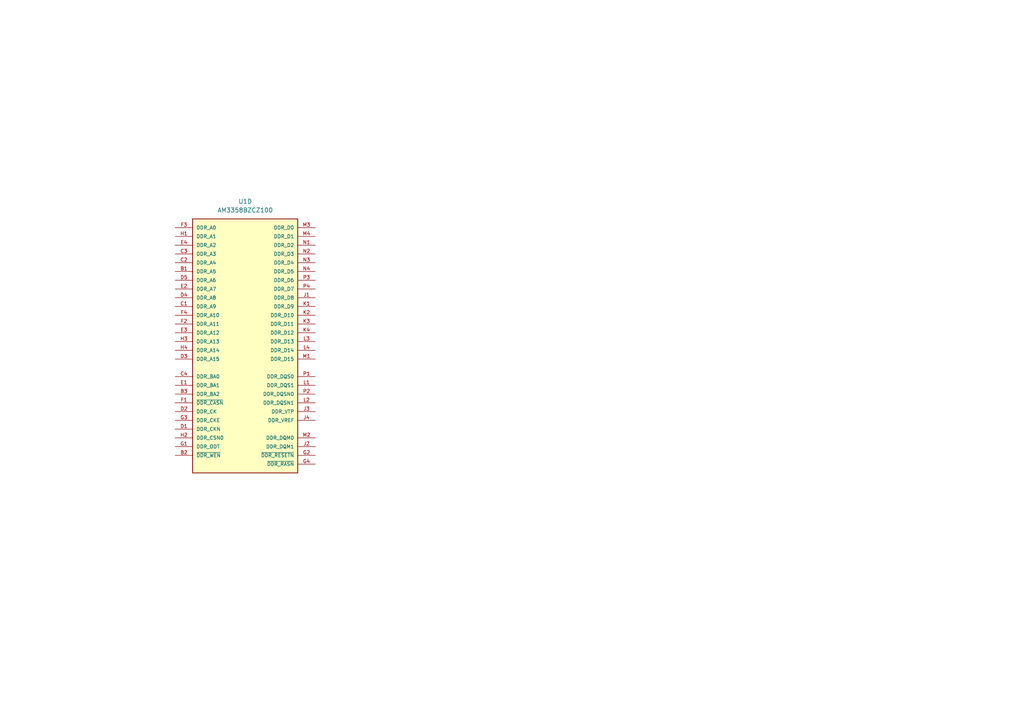
<source format=kicad_sch>
(kicad_sch (version 20230121) (generator eeschema)
  (paper "A4")
  (lib_symbols
    (symbol "Symbol_Library:AM3358BZCZ100" (pin_names (offset 1.016))
      (property "Reference" "U" (at -20.324 55.8845 0))
      (property "Value" "AM3358BZCZ100" (at -5.08 -2.54 0))
      (symbol "AM3358BZCZ100_1_0"
        (rectangle (start -20.32 55.88) (end 25.4 -64.77) (stroke (width 0.254)) (fill (type background)))
        (pin power_in line (at -25.4 45.72 0) (length 5.08) (name "VDD_MPU_MON") (number "A2"))
        (pin power_in line (at -25.4 -53.34 0) (length 5.08) (name "CAP_VBB_MPU") (number "C10"))
        (pin power_in line (at 30.48 0 180) (length 5.08) (name "VDDS_SRAM_MPU_BB") (number "D10"))
        (pin power_in line (at -25.4 -60.96 0) (length 5.08) (name "CAP_VDD_SRAM_MPU") (number "D11"))
        (pin power_in line (at -25.4 -55.88 0) (length 5.08) (name "CAP_VDD_RTC") (number "D6"))
        (pin power_in line (at 30.48 12.7 180) (length 5.08) (name "VDDS_RTC") (number "D7"))
        (pin power_in line (at -25.4 -49.53 0) (length 5.08) (name "VDDA_ADC") (number "D8"))
        (pin power_in line (at -25.4 -58.42 0) (length 5.08) (name "CAP_VDD_SRAM_CORE") (number "D9"))
        (pin power_in line (at 30.48 -34.29 180) (length 5.08) (name "VDDSHV6") (number "E10"))
        (pin power_in line (at 30.48 -36.83 180) (length 5.08) (name "VDDSHV6__1") (number "E11"))
        (pin power_in line (at 30.48 -39.37 180) (length 5.08) (name "VDDSHV6__2") (number "E12"))
        (pin power_in line (at 30.48 -41.91 180) (length 5.08) (name "VDDSHV6__3") (number "E13"))
        (pin power_in line (at 30.48 48.26 180) (length 5.08) (name "VDDS__1") (number "E14"))
        (pin power_in line (at 30.48 33.02 180) (length 5.08) (name "VDDS_DDR") (number "E5"))
        (pin power_in line (at 30.48 50.8 180) (length 5.08) (name "VDDS") (number "E6"))
        (pin power_in line (at 30.48 15.24 180) (length 5.08) (name "VDDS_PLL_DDR") (number "E7"))
        (pin power_in line (at 30.48 5.08 180) (length 5.08) (name "VDDS_SRAM_CORE_BG") (number "E9"))
        (pin power_in line (at -25.4 43.18 0) (length 5.08) (name "VDD_MPU") (number "F10"))
        (pin power_in line (at -25.4 40.64 0) (length 5.08) (name "VDD_MPU__1") (number "F11"))
        (pin power_in line (at -25.4 38.1 0) (length 5.08) (name "VDD_MPU__2") (number "F12"))
        (pin power_in line (at -25.4 35.56 0) (length 5.08) (name "VDD_MPU__3") (number "F13"))
        (pin power_in line (at 30.48 -44.45 180) (length 5.08) (name "VDDSHV6__4") (number "F14"))
        (pin power_in line (at 30.48 30.48 180) (length 5.08) (name "VDDS_DDR__1") (number "F5"))
        (pin power_in line (at -25.4 17.78 0) (length 5.08) (name "VDD_CORE") (number "F6"))
        (pin power_in line (at -25.4 15.24 0) (length 5.08) (name "VDD_CORE__1") (number "F7"))
        (pin power_in line (at 30.48 45.72 180) (length 5.08) (name "VDDS__2") (number "F9"))
        (pin power_in line (at -25.4 7.62 0) (length 5.08) (name "VDD_CORE__4") (number "G10"))
        (pin power_in line (at -25.4 33.02 0) (length 5.08) (name "VDD_MPU__4") (number "G13"))
        (pin power_in line (at 30.48 -46.99 180) (length 5.08) (name "VDDSHV6__5") (number "G14"))
        (pin power_in line (at 30.48 27.94 180) (length 5.08) (name "VDDS_DDR__2") (number "G5"))
        (pin power_in line (at -25.4 12.7 0) (length 5.08) (name "VDD_CORE__2") (number "G6"))
        (pin power_in line (at -25.4 10.16 0) (length 5.08) (name "VDD_CORE__3") (number "G7"))
        (pin power_in line (at -25.4 5.08 0) (length 5.08) (name "VDD_CORE__5") (number "H11"))
        (pin power_in line (at -25.4 30.48 0) (length 5.08) (name "VDD_MPU__5") (number "H13"))
        (pin power_in line (at 30.48 -24.13 180) (length 5.08) (name "VDDSHV4") (number "H14"))
        (pin power_in line (at 30.48 2.54 180) (length 5.08) (name "VDDS_PLL_MPU") (number "H15"))
        (pin power_in line (at 30.48 25.4 180) (length 5.08) (name "VDDS_DDR__3") (number "H5"))
        (pin power_in line (at -25.4 2.54 0) (length 5.08) (name "VDD_CORE__6") (number "J12"))
        (pin power_in line (at -25.4 27.94 0) (length 5.08) (name "VDD_MPU__6") (number "J13"))
        (pin power_in line (at 30.48 -26.67 180) (length 5.08) (name "VDDSHV4__1") (number "J14"))
        (pin power_in line (at 30.48 22.86 180) (length 5.08) (name "VDDS_DDR__4") (number "J5"))
        (pin power_in line (at -25.4 -5.08 0) (length 5.08) (name "VDD_CORE__9") (number "K12"))
        (pin power_in line (at 30.48 43.18 180) (length 5.08) (name "VDDS__3") (number "K13"))
        (pin power_in line (at 30.48 -29.21 180) (length 5.08) (name "VDDSHV5") (number "K14"))
        (pin power_in line (at 30.48 20.32 180) (length 5.08) (name "VDDS_DDR__5") (number "K5"))
        (pin power_in line (at -25.4 0 0) (length 5.08) (name "VDD_CORE__7") (number "K6"))
        (pin power_in line (at -25.4 -2.54 0) (length 5.08) (name "VDD_CORE__8") (number "K8"))
        (pin power_in line (at 30.48 -31.75 180) (length 5.08) (name "VDDSHV5__1") (number "L14"))
        (pin power_in line (at 30.48 17.78 180) (length 5.08) (name "VDDS_DDR__6") (number "L5"))
        (pin power_in line (at -25.4 -7.62 0) (length 5.08) (name "VDD_CORE__10") (number "L6"))
        (pin power_in line (at -25.4 -10.16 0) (length 5.08) (name "VDD_CORE__11") (number "L7"))
        (pin power_in line (at -25.4 -12.7 0) (length 5.08) (name "VDD_CORE__12") (number "L8"))
        (pin power_in line (at -25.4 -15.24 0) (length 5.08) (name "VDD_CORE__13") (number "L9"))
        (pin power_in line (at -25.4 -17.78 0) (length 5.08) (name "VDD_CORE__14") (number "M11"))
        (pin power_in line (at -25.4 -20.32 0) (length 5.08) (name "VDD_CORE__15") (number "M13"))
        (pin power_in line (at -25.4 50.8 0) (length 5.08) (name "VPP") (number "M5"))
        (pin power_in line (at -25.4 -27.94 0) (length 5.08) (name "VDD_CORE__18") (number "N12"))
        (pin power_in line (at -25.4 -30.48 0) (length 5.08) (name "VDD_CORE__19") (number "N13"))
        (pin power_in line (at -25.4 -44.45 0) (length 5.08) (name "VDDA3P3V_USB0") (number "N15"))
        (pin power_in line (at -25.4 -39.37 0) (length 5.08) (name "VDDA1P8V_USB0") (number "N16"))
        (pin power_in line (at 30.48 -49.53 180) (length 5.08) (name "VDDSHV6__6") (number "N5"))
        (pin power_in line (at 30.48 40.64 180) (length 5.08) (name "VDDS__4") (number "N6"))
        (pin power_in line (at -25.4 -22.86 0) (length 5.08) (name "VDD_CORE__16") (number "N8"))
        (pin power_in line (at -25.4 -25.4 0) (length 5.08) (name "VDD_CORE__17") (number "N9"))
        (pin power_in line (at 30.48 -13.97 180) (length 5.08) (name "VDDSHV2") (number "P10"))
        (pin power_in line (at 30.48 -16.51 180) (length 5.08) (name "VDDSHV2__1") (number "P11"))
        (pin power_in line (at 30.48 -19.05 180) (length 5.08) (name "VDDSHV3") (number "P12"))
        (pin power_in line (at 30.48 -21.59 180) (length 5.08) (name "VDDSHV3__1") (number "P13"))
        (pin power_in line (at 30.48 35.56 180) (length 5.08) (name "VDDS__6") (number "P14"))
        (pin power_in line (at 30.48 -52.07 180) (length 5.08) (name "VDDSHV6__7") (number "P5"))
        (pin power_in line (at 30.48 -54.61 180) (length 5.08) (name "VDDSHV6__8") (number "P6"))
        (pin power_in line (at 30.48 -8.89 180) (length 5.08) (name "VDDSHV1") (number "P7"))
        (pin power_in line (at 30.48 -11.43 180) (length 5.08) (name "VDDSHV1__1") (number "P8"))
        (pin power_in line (at 30.48 38.1 180) (length 5.08) (name "VDDS__5") (number "P9"))
        (pin power_in line (at 30.48 7.62 180) (length 5.08) (name "VDDS_PLL_CORE_LCD") (number "R10"))
        (pin power_in line (at 30.48 10.16 180) (length 5.08) (name "VDDS_OSC") (number "R11"))
        (pin power_in line (at -25.4 -46.99 0) (length 5.08) (name "VDDA3P3V_USB1") (number "R15"))
        (pin power_in line (at -25.4 -41.91 0) (length 5.08) (name "VDDA1P8V_USB1") (number "R16"))
      )
      (symbol "AM3358BZCZ100_2_0"
        (rectangle (start -22.86 -30.48) (end 25.4 38.1) (stroke (width 0.254)) (fill (type background)))
        (pin output line (at 30.48 17.78 180) (length 5.08) (name "TDO") (number "A11"))
        (pin input line (at -27.94 17.78 0) (length 5.08) (name "TCK") (number "A12"))
        (pin bidirectional line (at -27.94 -27.94 0) (length 5.08) (name "XDMA_EVENT_INTR0") (number "A15"))
        (pin bidirectional line (at -27.94 -7.62 0) (length 5.08) (name "SPI0_CS0") (number "A16"))
        (pin bidirectional clock (at -27.94 -5.08 0) (length 5.08) (name "SPI0_SCLK") (number "A17"))
        (pin output line (at 30.48 20.32 180) (length 5.08) (name "RTC_XTALOUT") (number "A4"))
        (pin input line (at -27.94 2.54 0) (length 5.08) (name "RTC_XTALIN") (number "A6"))
        (pin input line (at -27.94 10.16 0) (length 5.08) (name "TRSTN") (number "B10"))
        (pin input line (at -27.94 15.24 0) (length 5.08) (name "TDI") (number "B11"))
        (pin bidirectional line (at 30.48 -22.86 180) (length 5.08) (name "EMU1") (number "B14"))
        (pin bidirectional line (at -27.94 -15.24 0) (length 5.08) (name "SPI0_D1") (number "B16"))
        (pin bidirectional line (at -27.94 -12.7 0) (length 5.08) (name "SPI0_D0") (number "B17"))
        (pin bidirectional line (at 30.48 -25.4 180) (length 5.08) (name "EXTINTN") (number "B18"))
        (pin input line (at -27.94 5.08 0) (length 5.08) (name "RTC_KALDO_ENN") (number "B4"))
        (pin input line (at -27.94 0 0) (length 5.08) (name "~{RTC_PWRONRSTN}") (number "B5"))
        (pin input line (at -27.94 12.7 0) (length 5.08) (name "TMS") (number "C11"))
        (pin bidirectional line (at 30.48 -20.32 180) (length 5.08) (name "EMU0") (number "C14"))
        (pin bidirectional line (at -27.94 -10.16 0) (length 5.08) (name "SPI0_CS1") (number "C15"))
        (pin bidirectional clock (at -27.94 -20.32 0) (length 5.08) (name "I2C0_SCL") (number "C16"))
        (pin bidirectional line (at -27.94 -22.86 0) (length 5.08) (name "I2C0_SDA") (number "C17"))
        (pin bidirectional line (at 30.48 -17.78 180) (length 5.08) (name "ECAP0_IN_PWM0_OUT") (number "C18"))
        (pin bidirectional line (at 30.48 -27.94 180) (length 5.08) (name "EXT_WAKEUP") (number "C5"))
        (pin bidirectional line (at -27.94 -25.4 0) (length 5.08) (name "XDMA_EVENT_INTR1") (number "D14"))
        (pin output line (at 30.48 27.94 180) (length 5.08) (name "UART1_TXD") (number "D15"))
        (pin input line (at -27.94 27.94 0) (length 5.08) (name "UART1_RXD") (number "D16"))
        (pin output line (at 30.48 22.86 180) (length 5.08) (name "UART1_RTSN") (number "D17"))
        (pin input line (at -27.94 22.86 0) (length 5.08) (name "UART1_CTSN") (number "D18"))
        (pin input line (at -27.94 30.48 0) (length 5.08) (name "UART0_RXD") (number "E15"))
        (pin output line (at 30.48 30.48 180) (length 5.08) (name "UART0_TXD") (number "E16"))
        (pin output line (at 30.48 25.4 180) (length 5.08) (name "UART0_RTSN") (number "E17"))
        (pin input line (at -27.94 25.4 0) (length 5.08) (name "UART0_CTSN") (number "E18"))
        (pin bidirectional line (at 30.48 -12.7 180) (length 5.08) (name "USB1_DRVVBUS") (number "F15"))
        (pin bidirectional line (at 30.48 5.08 180) (length 5.08) (name "USB0_DRVVBUS") (number "F16"))
        (pin bidirectional line (at 30.48 12.7 180) (length 5.08) (name "USB0_CE") (number "M15"))
        (pin bidirectional line (at 30.48 0 180) (length 5.08) (name "USB0_DP") (number "N17"))
        (pin bidirectional line (at 30.48 7.62 180) (length 5.08) (name "USB0_DM") (number "N18"))
        (pin bidirectional line (at 30.48 10.16 180) (length 5.08) (name "USB0_VBUS") (number "P15"))
        (pin bidirectional line (at 30.48 2.54 180) (length 5.08) (name "USB0_ID") (number "P16"))
        (pin bidirectional line (at 30.48 -5.08 180) (length 5.08) (name "USB1_ID") (number "P17"))
        (pin bidirectional line (at 30.48 -2.54 180) (length 5.08) (name "USB1_CE") (number "P18"))
        (pin bidirectional line (at 30.48 -10.16 180) (length 5.08) (name "USB1_DP") (number "R17"))
        (pin bidirectional line (at 30.48 -15.24 180) (length 5.08) (name "USB1_DM") (number "R18"))
        (pin bidirectional line (at 30.48 -7.62 180) (length 5.08) (name "USB1_VBUS") (number "T18"))
        (pin output line (at 30.48 35.56 180) (length 5.08) (name "XTALOUT") (number "U11"))
        (pin input line (at -27.94 35.56 0) (length 5.08) (name "XTALIN") (number "V10"))
      )
      (symbol "AM3358BZCZ100_3_0"
        (rectangle (start -20.32 -20.32) (end 20.32 22.86) (stroke (width 0.254)) (fill (type background)))
        (pin input line (at -25.4 12.7 0) (length 5.08) (name "AIN3") (number "A7"))
        (pin input line (at -25.4 5.08 0) (length 5.08) (name "AIN6") (number "A8"))
        (pin input line (at -25.4 0 0) (length 5.08) (name "VREFN") (number "A9"))
        (pin input line (at -25.4 20.32 0) (length 5.08) (name "AIN0") (number "B6"))
        (pin input line (at -25.4 15.24 0) (length 5.08) (name "AIN2") (number "B7"))
        (pin input line (at -25.4 7.62 0) (length 5.08) (name "AIN5") (number "B8"))
        (pin input line (at -25.4 -2.54 0) (length 5.08) (name "VREFP") (number "B9"))
        (pin input line (at -25.4 17.78 0) (length 5.08) (name "AIN1") (number "C7"))
        (pin input line (at -25.4 10.16 0) (length 5.08) (name "AIN4") (number "C8"))
        (pin input line (at -25.4 2.54 0) (length 5.08) (name "AIN7") (number "C9"))
        (pin bidirectional line (at 25.4 20.32 180) (length 5.08) (name "LCD_DATA0") (number "R1"))
        (pin bidirectional line (at 25.4 17.78 180) (length 5.08) (name "LCD_DATA1") (number "R2"))
        (pin bidirectional line (at 25.4 15.24 180) (length 5.08) (name "LCD_DATA2") (number "R3"))
        (pin bidirectional line (at 25.4 12.7 180) (length 5.08) (name "LCD_DATA3") (number "R4"))
        (pin output line (at -25.4 -12.7 0) (length 5.08) (name "LCD_HSYNC") (number "R5"))
        (pin output line (at -25.4 -10.16 0) (length 5.08) (name "LCD_AC_BIAS_EN") (number "R6"))
        (pin bidirectional line (at 25.4 10.16 180) (length 5.08) (name "LCD_DATA4") (number "T1"))
        (pin bidirectional line (at 25.4 7.62 180) (length 5.08) (name "LCD_DATA5") (number "T2"))
        (pin bidirectional line (at 25.4 5.08 180) (length 5.08) (name "LCD_DATA6") (number "T3"))
        (pin bidirectional line (at 25.4 2.54 180) (length 5.08) (name "LCD_DATA7") (number "T4"))
        (pin bidirectional line (at 25.4 -17.78 180) (length 5.08) (name "LCD_DATA15") (number "T5"))
        (pin bidirectional line (at 25.4 0 180) (length 5.08) (name "LCD_DATA8") (number "U1"))
        (pin bidirectional line (at 25.4 -2.54 180) (length 5.08) (name "LCD_DATA9") (number "U2"))
        (pin bidirectional line (at 25.4 -5.08 180) (length 5.08) (name "LCD_DATA10") (number "U3"))
        (pin bidirectional line (at 25.4 -7.62 180) (length 5.08) (name "LCD_DATA11") (number "U4"))
        (pin output line (at -25.4 -17.78 0) (length 5.08) (name "LCD_VSYNC") (number "U5"))
        (pin bidirectional line (at 25.4 -10.16 180) (length 5.08) (name "LCD_DATA12") (number "V2"))
        (pin bidirectional line (at 25.4 -12.7 180) (length 5.08) (name "LCD_DATA13") (number "V3"))
        (pin bidirectional line (at 25.4 -15.24 180) (length 5.08) (name "LCD_DATA14") (number "V4"))
        (pin output clock (at -25.4 -15.24 0) (length 5.08) (name "LCD_PCLK") (number "V5"))
      )
      (symbol "AM3358BZCZ100_4_0"
        (rectangle (start -15.24 -40.64) (end 15.24 33.02) (stroke (width 0.254)) (fill (type background)))
        (pin output line (at -20.32 17.78 0) (length 5.08) (name "DDR_A5") (number "B1"))
        (pin output line (at -20.32 -35.56 0) (length 5.08) (name "~{DDR_WEN}") (number "B2"))
        (pin output line (at -20.32 -17.78 0) (length 5.08) (name "DDR_BA2") (number "B3"))
        (pin output line (at -20.32 7.62 0) (length 5.08) (name "DDR_A9") (number "C1"))
        (pin output line (at -20.32 20.32 0) (length 5.08) (name "DDR_A4") (number "C2"))
        (pin output line (at -20.32 22.86 0) (length 5.08) (name "DDR_A3") (number "C3"))
        (pin output line (at -20.32 -12.7 0) (length 5.08) (name "DDR_BA0") (number "C4"))
        (pin output line (at -20.32 -27.94 0) (length 5.08) (name "DDR_CKN") (number "D1"))
        (pin output line (at -20.32 -22.86 0) (length 5.08) (name "DDR_CK") (number "D2"))
        (pin output line (at -20.32 -7.62 0) (length 5.08) (name "DDR_A15") (number "D3"))
        (pin output line (at -20.32 10.16 0) (length 5.08) (name "DDR_A8") (number "D4"))
        (pin output line (at -20.32 15.24 0) (length 5.08) (name "DDR_A6") (number "D5"))
        (pin output line (at -20.32 -15.24 0) (length 5.08) (name "DDR_BA1") (number "E1"))
        (pin output line (at -20.32 12.7 0) (length 5.08) (name "DDR_A7") (number "E2"))
        (pin output line (at -20.32 0 0) (length 5.08) (name "DDR_A12") (number "E3"))
        (pin output line (at -20.32 25.4 0) (length 5.08) (name "DDR_A2") (number "E4"))
        (pin output line (at -20.32 -20.32 0) (length 5.08) (name "~{DDR_CASN}") (number "F1"))
        (pin output line (at -20.32 2.54 0) (length 5.08) (name "DDR_A11") (number "F2"))
        (pin output line (at -20.32 30.48 0) (length 5.08) (name "DDR_A0") (number "F3"))
        (pin output line (at -20.32 5.08 0) (length 5.08) (name "DDR_A10") (number "F4"))
        (pin output line (at -20.32 -33.02 0) (length 5.08) (name "DDR_ODT") (number "G1"))
        (pin output line (at 20.32 -35.56 180) (length 5.08) (name "~{DDR_RESETN}") (number "G2"))
        (pin output line (at -20.32 -25.4 0) (length 5.08) (name "DDR_CKE") (number "G3"))
        (pin output line (at 20.32 -38.1 180) (length 5.08) (name "~{DDR_RASN}") (number "G4"))
        (pin output line (at -20.32 27.94 0) (length 5.08) (name "DDR_A1") (number "H1"))
        (pin output line (at -20.32 -30.48 0) (length 5.08) (name "DDR_CSN0") (number "H2"))
        (pin output line (at -20.32 -2.54 0) (length 5.08) (name "DDR_A13") (number "H3"))
        (pin output line (at -20.32 -5.08 0) (length 5.08) (name "DDR_A14") (number "H4"))
        (pin bidirectional line (at 20.32 10.16 180) (length 5.08) (name "DDR_D8") (number "J1"))
        (pin output line (at 20.32 -33.02 180) (length 5.08) (name "DDR_DQM1") (number "J2"))
        (pin bidirectional line (at 20.32 -22.86 180) (length 5.08) (name "DDR_VTP") (number "J3"))
        (pin bidirectional line (at 20.32 -25.4 180) (length 5.08) (name "DDR_VREF") (number "J4"))
        (pin bidirectional line (at 20.32 7.62 180) (length 5.08) (name "DDR_D9") (number "K1"))
        (pin bidirectional line (at 20.32 5.08 180) (length 5.08) (name "DDR_D10") (number "K2"))
        (pin bidirectional line (at 20.32 2.54 180) (length 5.08) (name "DDR_D11") (number "K3"))
        (pin bidirectional line (at 20.32 0 180) (length 5.08) (name "DDR_D12") (number "K4"))
        (pin bidirectional line (at 20.32 -15.24 180) (length 5.08) (name "DDR_DQS1") (number "L1"))
        (pin bidirectional line (at 20.32 -20.32 180) (length 5.08) (name "DDR_DQSN1") (number "L2"))
        (pin bidirectional line (at 20.32 -2.54 180) (length 5.08) (name "DDR_D13") (number "L3"))
        (pin bidirectional line (at 20.32 -5.08 180) (length 5.08) (name "DDR_D14") (number "L4"))
        (pin bidirectional line (at 20.32 -7.62 180) (length 5.08) (name "DDR_D15") (number "M1"))
        (pin output line (at 20.32 -30.48 180) (length 5.08) (name "DDR_DQM0") (number "M2"))
        (pin bidirectional line (at 20.32 30.48 180) (length 5.08) (name "DDR_D0") (number "M3"))
        (pin bidirectional line (at 20.32 27.94 180) (length 5.08) (name "DDR_D1") (number "M4"))
        (pin bidirectional line (at 20.32 25.4 180) (length 5.08) (name "DDR_D2") (number "N1"))
        (pin bidirectional line (at 20.32 22.86 180) (length 5.08) (name "DDR_D3") (number "N2"))
        (pin bidirectional line (at 20.32 20.32 180) (length 5.08) (name "DDR_D4") (number "N3"))
        (pin bidirectional line (at 20.32 17.78 180) (length 5.08) (name "DDR_D5") (number "N4"))
        (pin bidirectional line (at 20.32 -12.7 180) (length 5.08) (name "DDR_DQS0") (number "P1"))
        (pin bidirectional line (at 20.32 -17.78 180) (length 5.08) (name "DDR_DQSN0") (number "P2"))
        (pin bidirectional line (at 20.32 15.24 180) (length 5.08) (name "DDR_D6") (number "P3"))
        (pin bidirectional line (at 20.32 12.7 180) (length 5.08) (name "DDR_D7") (number "P4"))
      )
      (symbol "AM3358BZCZ100_5_0"
        (rectangle (start -17.78 -35.56) (end 17.78 25.4) (stroke (width 0.254)) (fill (type background)))
        (pin bidirectional line (at 22.86 -17.78 180) (length 5.08) (name "GPMC_AD13") (number "R12"))
        (pin output line (at -22.86 22.86 0) (length 5.08) (name "GPMC_A0") (number "R13"))
        (pin output line (at -22.86 12.7 0) (length 5.08) (name "GPMC_A4") (number "R14"))
        (pin output line (at -22.86 -30.48 0) (length 5.08) (name "GPMC_ADVN_ALE") (number "R7"))
        (pin bidirectional line (at 22.86 10.16 180) (length 5.08) (name "GPMC_AD2") (number "R8"))
        (pin bidirectional line (at 22.86 0 180) (length 5.08) (name "GPMC_AD6") (number "R9"))
        (pin bidirectional line (at 22.86 -27.94 180) (length 5.08) (name "GPMC_AD9") (number "T10"))
        (pin bidirectional line (at 22.86 -25.4 180) (length 5.08) (name "GPMC_AD10") (number "T11"))
        (pin bidirectional line (at 22.86 -20.32 180) (length 5.08) (name "GPMC_AD12") (number "T12"))
        (pin output line (at -22.86 -17.78 0) (length 5.08) (name "GPMC_CSN3") (number "T13"))
        (pin output line (at -22.86 15.24 0) (length 5.08) (name "GPMC_A3") (number "T14"))
        (pin output line (at -22.86 5.08 0) (length 5.08) (name "GPMC_A7") (number "T15"))
        (pin output line (at -22.86 -2.54 0) (length 5.08) (name "GPMC_A10") (number "T16"))
        (pin input line (at 22.86 22.86 180) (length 5.08) (name "GPMC_WAIT0") (number "T17"))
        (pin output line (at -22.86 -27.94 0) (length 5.08) (name "GPMC_BEN0_CLE") (number "T6"))
        (pin output line (at -22.86 -15.24 0) (length 5.08) (name "GPMC_OEN_REN") (number "T7"))
        (pin bidirectional line (at 22.86 7.62 180) (length 5.08) (name "GPMC_AD3") (number "T8"))
        (pin bidirectional line (at 22.86 -2.54 180) (length 5.08) (name "GPMC_AD7") (number "T9"))
        (pin bidirectional line (at 22.86 -30.48 180) (length 5.08) (name "GPMC_AD8") (number "U10"))
        (pin bidirectional line (at 22.86 -22.86 180) (length 5.08) (name "GPMC_AD11") (number "U12"))
        (pin bidirectional line (at 22.86 -12.7 180) (length 5.08) (name "GPMC_AD15") (number "U13"))
        (pin output line (at -22.86 17.78 0) (length 5.08) (name "GPMC_A2") (number "U14"))
        (pin output line (at -22.86 7.62 0) (length 5.08) (name "GPMC_A6") (number "U15"))
        (pin output line (at -22.86 0 0) (length 5.08) (name "GPMC_A9") (number "U16"))
        (pin output line (at -22.86 -10.16 0) (length 5.08) (name "GPMC_WPN") (number "U17"))
        (pin output line (at -22.86 -33.02 0) (length 5.08) (name "GPMC_BEN1") (number "U18"))
        (pin output line (at -22.86 -12.7 0) (length 5.08) (name "GPMC_WEN") (number "U6"))
        (pin bidirectional line (at 22.86 15.24 180) (length 5.08) (name "GPMC_AD0") (number "U7"))
        (pin bidirectional line (at 22.86 5.08 180) (length 5.08) (name "GPMC_AD4") (number "U8"))
        (pin output line (at -22.86 -22.86 0) (length 5.08) (name "GPMC_CSN1") (number "U9"))
        (pin bidirectional clock (at 22.86 -10.16 180) (length 5.08) (name "GPMC_CLK") (number "V12"))
        (pin bidirectional line (at 22.86 -15.24 180) (length 5.08) (name "GPMC_AD14") (number "V13"))
        (pin output line (at -22.86 20.32 0) (length 5.08) (name "GPMC_A1") (number "V14"))
        (pin output line (at -22.86 10.16 0) (length 5.08) (name "GPMC_A5") (number "V15"))
        (pin output line (at -22.86 2.54 0) (length 5.08) (name "GPMC_A8") (number "V16"))
        (pin output line (at -22.86 -5.08 0) (length 5.08) (name "GPMC_A11") (number "V17"))
        (pin output line (at -22.86 -25.4 0) (length 5.08) (name "GPMC_CSN0") (number "V6"))
        (pin bidirectional line (at 22.86 12.7 180) (length 5.08) (name "GPMC_AD1") (number "V7"))
        (pin bidirectional line (at 22.86 2.54 180) (length 5.08) (name "GPMC_AD5") (number "V8"))
        (pin output line (at -22.86 -20.32 0) (length 5.08) (name "GPMC_CSN2") (number "V9"))
      )
      (symbol "AM3358BZCZ100_6_0"
        (rectangle (start -20.32 -27.94) (end 20.32 30.48) (stroke (width 0.254)) (fill (type background)))
        (pin bidirectional line (at 25.4 7.62 180) (length 5.08) (name "WARMRSTN") (number "A10"))
        (pin bidirectional line (at -25.4 -2.54 0) (length 5.08) (name "MCASP0_ACLKX") (number "A13"))
        (pin bidirectional line (at -25.4 0 0) (length 5.08) (name "MCASP0_AHCLKX") (number "A14"))
        (pin bidirectional line (at 25.4 2.54 180) (length 5.08) (name "RESERVED") (number "A3"))
        (pin bidirectional line (at -25.4 5.08 0) (length 5.08) (name "MCASP0_ACLKR") (number "B12"))
        (pin bidirectional line (at -25.4 7.62 0) (length 5.08) (name "MCASP0_FSX") (number "B13"))
        (pin input line (at -25.4 22.86 0) (length 5.08) (name "PWRONRSTN") (number "B15"))
        (pin bidirectional line (at -25.4 2.54 0) (length 5.08) (name "MCASP0_AHCLKR") (number "C12"))
        (pin bidirectional line (at -25.4 -5.08 0) (length 5.08) (name "MCASP0_FSR") (number "C13"))
        (pin output line (at 25.4 25.4 180) (length 5.08) (name "PMIC_POWER_EN") (number "C6"))
        (pin bidirectional line (at -25.4 -7.62 0) (length 5.08) (name "MCASP0_AXR0") (number "D12"))
        (pin bidirectional line (at -25.4 -10.16 0) (length 5.08) (name "MCASP0_AXR1") (number "D13"))
        (pin bidirectional line (at 25.4 -7.62 180) (length 5.08) (name "MMC0_DAT3") (number "F17"))
        (pin bidirectional line (at 25.4 -5.08 180) (length 5.08) (name "MMC0_DAT2") (number "F18"))
        (pin bidirectional line (at 25.4 -2.54 180) (length 5.08) (name "MMC0_DAT1") (number "G15"))
        (pin bidirectional line (at 25.4 -10.16 180) (length 5.08) (name "MMC0_DAT0") (number "G16"))
        (pin bidirectional clock (at 25.4 -12.7 180) (length 5.08) (name "MMC0_CLK") (number "G17"))
        (pin bidirectional line (at 25.4 -15.24 180) (length 5.08) (name "MMC0_CMD") (number "G18"))
        (pin input line (at -25.4 25.4 0) (length 5.08) (name "MII1_COL") (number "H16"))
        (pin input line (at -25.4 27.94 0) (length 5.08) (name "MII1_CRS") (number "H17"))
        (pin bidirectional clock (at 25.4 5.08 180) (length 5.08) (name "RMII1_REF_CLK") (number "H18"))
        (pin bidirectional line (at -25.4 -20.32 0) (length 5.08) (name "MII1_RX_ER") (number "J15"))
        (pin bidirectional line (at -25.4 -17.78 0) (length 5.08) (name "MII1_TX_EN") (number "J16"))
        (pin bidirectional line (at -25.4 -15.24 0) (length 5.08) (name "MII1_RX_DV") (number "J17"))
        (pin output line (at 25.4 12.7 180) (length 5.08) (name "MII1_TXD3") (number "J18"))
        (pin output line (at 25.4 15.24 180) (length 5.08) (name "MII1_TXD2") (number "K15"))
        (pin output line (at 25.4 17.78 180) (length 5.08) (name "MII1_TXD1") (number "K16"))
        (pin output line (at 25.4 20.32 180) (length 5.08) (name "MII1_TXD0") (number "K17"))
        (pin bidirectional clock (at -25.4 -25.4 0) (length 5.08) (name "MII1_TX_CLK") (number "K18"))
        (pin input line (at -25.4 17.78 0) (length 5.08) (name "MII1_RXD1") (number "L15"))
        (pin input line (at -25.4 15.24 0) (length 5.08) (name "MII1_RXD2") (number "L16"))
        (pin input line (at -25.4 12.7 0) (length 5.08) (name "MII1_RXD3") (number "L17"))
        (pin bidirectional clock (at -25.4 -22.86 0) (length 5.08) (name "MII1_RX_CLK") (number "L18"))
        (pin input line (at -25.4 20.32 0) (length 5.08) (name "MII1_RXD0") (number "M16"))
        (pin bidirectional line (at 25.4 -17.78 180) (length 5.08) (name "MDIO") (number "M17"))
        (pin output line (at 25.4 27.94 180) (length 5.08) (name "MDC") (number "M18"))
      )
      (symbol "AM3358BZCZ100_7_0"
        (pin power_in line (at -17.78 13.97 0) (length 5.08) (name "VSS") (number "A1"))
        (pin power_in line (at -17.78 11.43 0) (length 5.08) (name "VSS__1") (number "A18"))
        (pin power_in line (at -17.78 16.51 0) (length 5.08) (name "VSS_RTC") (number "A5"))
        (pin power_in line (at -17.78 26.67 0) (length 5.08) (name "VSSA_ADC") (number "E8"))
        (pin power_in line (at -17.78 8.89 0) (length 5.08) (name "VSS__2") (number "F8"))
        (pin power_in line (at -17.78 1.27 0) (length 5.08) (name "VSS__5") (number "G11"))
        (pin power_in line (at -17.78 -1.27 0) (length 5.08) (name "VSS__6") (number "G12"))
        (pin power_in line (at -17.78 6.35 0) (length 5.08) (name "VSS__3") (number "G8"))
        (pin power_in line (at -17.78 3.81 0) (length 5.08) (name "VSS__4") (number "G9"))
        (pin power_in line (at -17.78 -13.97 0) (length 5.08) (name "VSS__11") (number "H10"))
        (pin power_in line (at -17.78 -16.51 0) (length 5.08) (name "VSS__12") (number "H12"))
        (pin power_in line (at -17.78 -3.81 0) (length 5.08) (name "VSS__7") (number "H6"))
        (pin power_in line (at -17.78 -6.35 0) (length 5.08) (name "VSS__8") (number "H7"))
        (pin power_in line (at -17.78 -8.89 0) (length 5.08) (name "VSS__9") (number "H8"))
        (pin power_in line (at -17.78 -11.43 0) (length 5.08) (name "VSS__10") (number "H9"))
        (pin power_in line (at 20.32 24.13 180) (length 5.08) (name "VSS__17") (number "J10"))
        (pin power_in line (at 20.32 21.59 180) (length 5.08) (name "VSS__18") (number "J11"))
        (pin power_in line (at -17.78 -19.05 0) (length 5.08) (name "VSS__13") (number "J6"))
        (pin power_in line (at -17.78 -21.59 0) (length 5.08) (name "VSS__14") (number "J7"))
        (pin power_in line (at -17.78 -24.13 0) (length 5.08) (name "VSS__15") (number "J8"))
        (pin power_in line (at -17.78 -26.67 0) (length 5.08) (name "VSS__16") (number "J9"))
        (pin power_in line (at 20.32 13.97 180) (length 5.08) (name "VSS__21") (number "K10"))
        (pin power_in line (at 20.32 11.43 180) (length 5.08) (name "VSS__22") (number "K11"))
        (pin power_in line (at 20.32 19.05 180) (length 5.08) (name "VSS__19") (number "K7"))
        (pin power_in line (at 20.32 16.51 180) (length 5.08) (name "VSS__20") (number "K9"))
        (pin power_in line (at 20.32 8.89 180) (length 5.08) (name "VSS__23") (number "L10"))
        (pin power_in line (at 20.32 6.35 180) (length 5.08) (name "VSS__24") (number "L11"))
        (pin power_in line (at 20.32 3.81 180) (length 5.08) (name "VSS__25") (number "L12"))
        (pin power_in line (at 20.32 1.27 180) (length 5.08) (name "VSS__26") (number "L13"))
        (pin power_in line (at 20.32 -11.43 180) (length 5.08) (name "VSS__31") (number "M10"))
        (pin power_in line (at 20.32 -13.97 180) (length 5.08) (name "VSS__32") (number "M12"))
        (pin power_in line (at -17.78 24.13 0) (length 5.08) (name "VSSA_USB") (number "M14"))
        (pin power_in line (at 20.32 -1.27 180) (length 5.08) (name "VSS__27") (number "M6"))
        (pin power_in line (at 20.32 -3.81 180) (length 5.08) (name "VSS__28") (number "M7"))
        (pin power_in line (at 20.32 -6.35 180) (length 5.08) (name "VSS__29") (number "M8"))
        (pin power_in line (at 20.32 -8.89 180) (length 5.08) (name "VSS__30") (number "M9"))
        (pin power_in line (at 20.32 -19.05 180) (length 5.08) (name "VSS__34") (number "N10"))
        (pin power_in line (at 20.32 -21.59 180) (length 5.08) (name "VSS__35") (number "N11"))
        (pin power_in line (at -17.78 21.59 0) (length 5.08) (name "VSSA_USB__1") (number "N14"))
        (pin power_in line (at 20.32 -16.51 180) (length 5.08) (name "VSS__33") (number "N7"))
        (pin power_in line (at 20.32 -24.13 180) (length 5.08) (name "VSS__36") (number "V1"))
        (pin power_in line (at -17.78 19.05 0) (length 5.08) (name "VSS_OSC") (number "V11"))
        (pin power_in line (at 20.32 -26.67 180) (length 5.08) (name "VSS__37") (number "V18"))
      )
      (symbol "AM3358BZCZ100_7_1"
        (rectangle (start -12.7 29.21) (end 15.24 -29.21) (fill (type background)))
      )
    )
  )
  (symbol (lib_id "Symbol_Library:AM3358BZCZ100") (at 71.12 96.52 0) (unit 4)
    (property "Reference" "U1" (at 71.12 58.42 0))
    (property "Value" "AM3358BZCZ100" (at 71.12 60.96 0))
    (property "Footprint" "Footprint_Library:AM3358BZCZ100" (effects hide))
    (property "MF" "Texas Instruments" (effects hide))
    (property "Description" "\nSitara processor: Arm Cortex-A8, 3D graphics, PRU-ICSS, CAN\n" (effects hide))
    (property "Package" "NFBGA-324 Texas Instruments" (effects hide))
    (property "Price" "None" (effects hide))
    (property "Check_prices" "https://www.snapeda.com/parts/AM3358BZCZ100/Texas+Instruments/view-part/?ref=eda" (effects hide))
    (property "STANDARD" "IPC-7351B" (effects hide))
    (property "PARTREV" "J" (effects hide))
    (property "SnapEDA_Link" "https://www.snapeda.com/parts/AM3358BZCZ100/Texas+Instruments/view-part/?ref=snap" (effects hide))
    (property "MP" "AM3358BZCZ100" (effects hide))
    (property "Purchase-URL" "https://www.snapeda.com/api/url_track_click_mouser/?unipart_id=46293&manufacturer=Texas Instruments&part_name=AM3358BZCZ100&search_term= am3358bzcz100" (effects hide))
    (property "Availability" "In Stock" (effects hide))
    (property "MANUFACTURER" "Texas Instruments" (effects hide))
  )
)
</source>
